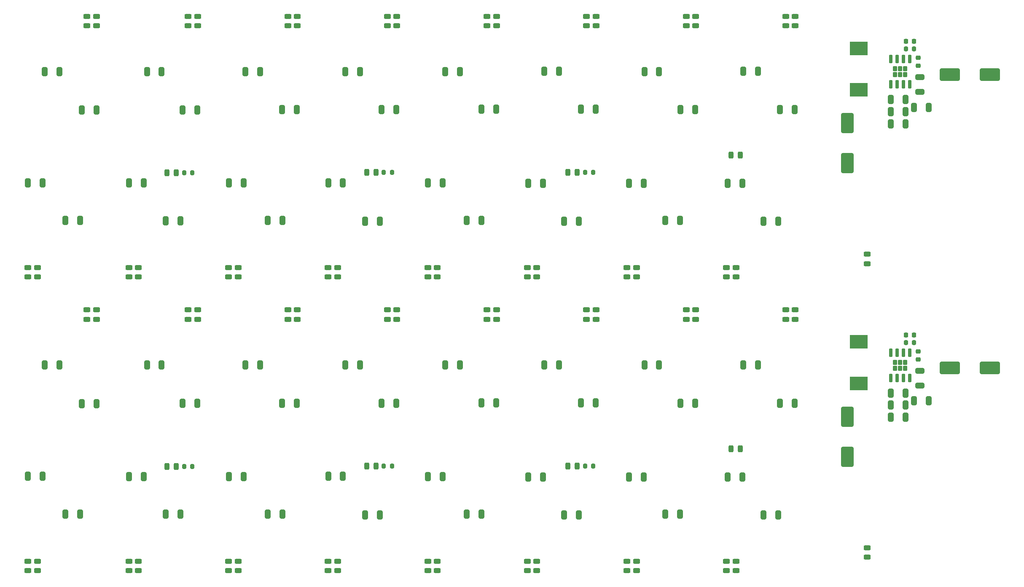
<source format=gbr>
%TF.GenerationSoftware,KiCad,Pcbnew,9.0.0+dfsg-1*%
%TF.CreationDate,2025-04-06T22:27:04+01:00*%
%TF.ProjectId,panel-16,70616e65-6c2d-4313-962e-6b696361645f,rev?*%
%TF.SameCoordinates,Original*%
%TF.FileFunction,Paste,Top*%
%TF.FilePolarity,Positive*%
%FSLAX46Y46*%
G04 Gerber Fmt 4.6, Leading zero omitted, Abs format (unit mm)*
G04 Created by KiCad (PCBNEW 9.0.0+dfsg-1) date 2025-04-06 22:27:04*
%MOMM*%
%LPD*%
G01*
G04 APERTURE LIST*
G04 Aperture macros list*
%AMRoundRect*
0 Rectangle with rounded corners*
0 $1 Rounding radius*
0 $2 $3 $4 $5 $6 $7 $8 $9 X,Y pos of 4 corners*
0 Add a 4 corners polygon primitive as box body*
4,1,4,$2,$3,$4,$5,$6,$7,$8,$9,$2,$3,0*
0 Add four circle primitives for the rounded corners*
1,1,$1+$1,$2,$3*
1,1,$1+$1,$4,$5*
1,1,$1+$1,$6,$7*
1,1,$1+$1,$8,$9*
0 Add four rect primitives between the rounded corners*
20,1,$1+$1,$2,$3,$4,$5,0*
20,1,$1+$1,$4,$5,$6,$7,0*
20,1,$1+$1,$6,$7,$8,$9,0*
20,1,$1+$1,$8,$9,$2,$3,0*%
G04 Aperture macros list end*
%ADD10RoundRect,0.243750X0.456250X-0.243750X0.456250X0.243750X-0.456250X0.243750X-0.456250X-0.243750X0*%
%ADD11RoundRect,0.243750X-0.456250X0.243750X-0.456250X-0.243750X0.456250X-0.243750X0.456250X0.243750X0*%
%ADD12RoundRect,0.250000X0.325000X0.650000X-0.325000X0.650000X-0.325000X-0.650000X0.325000X-0.650000X0*%
%ADD13RoundRect,0.250000X-0.325000X-0.650000X0.325000X-0.650000X0.325000X0.650000X-0.325000X0.650000X0*%
%ADD14RoundRect,0.200000X-0.200000X-0.275000X0.200000X-0.275000X0.200000X0.275000X-0.200000X0.275000X0*%
%ADD15RoundRect,0.225000X-0.225000X-0.250000X0.225000X-0.250000X0.225000X0.250000X-0.225000X0.250000X0*%
%ADD16RoundRect,0.222500X0.222500X-0.297500X0.222500X0.297500X-0.222500X0.297500X-0.222500X-0.297500X0*%
%ADD17RoundRect,0.150000X0.150000X-0.737500X0.150000X0.737500X-0.150000X0.737500X-0.150000X-0.737500X0*%
%ADD18RoundRect,0.243750X-0.243750X-0.456250X0.243750X-0.456250X0.243750X0.456250X-0.243750X0.456250X0*%
%ADD19R,3.600000X2.700000*%
%ADD20RoundRect,0.250000X-1.750000X-1.000000X1.750000X-1.000000X1.750000X1.000000X-1.750000X1.000000X0*%
%ADD21RoundRect,0.225000X-0.250000X0.225000X-0.250000X-0.225000X0.250000X-0.225000X0.250000X0.225000X0*%
%ADD22RoundRect,0.243750X0.243750X0.456250X-0.243750X0.456250X-0.243750X-0.456250X0.243750X-0.456250X0*%
%ADD23RoundRect,0.250000X0.650000X-0.325000X0.650000X0.325000X-0.650000X0.325000X-0.650000X-0.325000X0*%
%ADD24RoundRect,0.250000X-1.000000X1.750000X-1.000000X-1.750000X1.000000X-1.750000X1.000000X1.750000X0*%
G04 APERTURE END LIST*
D10*
%TO.C,D118*%
X182011844Y-82187500D03*
X182011844Y-80312500D03*
%TD*%
%TO.C,D29*%
X39796850Y-141187500D03*
X39796850Y-139312500D03*
%TD*%
D11*
%TO.C,D111*%
X171996844Y-88812500D03*
X171996844Y-90687500D03*
%TD*%
%TO.C,D65*%
X113896844Y-88812500D03*
X113896844Y-90687500D03*
%TD*%
D12*
%TO.C,C11*%
X86464350Y-99900000D03*
X83514350Y-99900000D03*
%TD*%
D13*
%TO.C,C14*%
X213114350Y-110400000D03*
X216064350Y-110400000D03*
%TD*%
D11*
%TO.C,D51*%
X93896844Y-29812500D03*
X93896844Y-31687500D03*
%TD*%
%TO.C,D5*%
X51681850Y-88812500D03*
X51681850Y-90687500D03*
%TD*%
D13*
%TO.C,C43*%
X170864350Y-107550000D03*
X173814350Y-107550000D03*
%TD*%
D12*
%TO.C,C12*%
X166564350Y-99900000D03*
X163614350Y-99900000D03*
%TD*%
D13*
%TO.C,C41*%
X150864350Y-48500000D03*
X153814350Y-48500000D03*
%TD*%
D10*
%TO.C,D42*%
X80111844Y-141187500D03*
X80111844Y-139312500D03*
%TD*%
D14*
%TO.C,R26*%
X151684350Y-120150000D03*
X153334350Y-120150000D03*
%TD*%
D15*
%TO.C,C22*%
X216164350Y-34850000D03*
X217714350Y-34850000D03*
%TD*%
D11*
%TO.C,D55*%
X91996844Y-29812500D03*
X91996844Y-31687500D03*
%TD*%
D13*
%TO.C,C30*%
X217764350Y-107100000D03*
X220714350Y-107100000D03*
%TD*%
D12*
%TO.C,C11*%
X86464350Y-40900000D03*
X83514350Y-40900000D03*
%TD*%
%TO.C,C42*%
X163464350Y-122350000D03*
X160514350Y-122350000D03*
%TD*%
D10*
%TO.C,D31*%
X60111844Y-82187500D03*
X60111844Y-80312500D03*
%TD*%
D14*
%TO.C,R44*%
X216114350Y-95400000D03*
X217764350Y-95400000D03*
%TD*%
D10*
%TO.C,D43*%
X82011844Y-82187500D03*
X82011844Y-80312500D03*
%TD*%
D14*
%TO.C,R24*%
X111274350Y-120150000D03*
X112924350Y-120150000D03*
%TD*%
D10*
%TO.C,D90*%
X142011844Y-141187500D03*
X142011844Y-139312500D03*
%TD*%
D12*
%TO.C,C26*%
X146464350Y-40850000D03*
X143514350Y-40850000D03*
%TD*%
D10*
%TO.C,D4*%
X41696850Y-82187500D03*
X41696850Y-80312500D03*
%TD*%
D16*
%TO.C,U1*%
X213959350Y-100550000D03*
X214989350Y-100550000D03*
X216019350Y-100550000D03*
X213959350Y-99350000D03*
X214989350Y-99350000D03*
X216019350Y-99350000D03*
D17*
X213084350Y-102512500D03*
X214354350Y-102512500D03*
X215624350Y-102512500D03*
X216894350Y-102512500D03*
X216894350Y-97387500D03*
X215624350Y-97387500D03*
X214354350Y-97387500D03*
X213084350Y-97387500D03*
%TD*%
D13*
%TO.C,C41*%
X150864350Y-107500000D03*
X153814350Y-107500000D03*
%TD*%
D12*
%TO.C,C2*%
X46164350Y-99900000D03*
X43214350Y-99900000D03*
%TD*%
%TO.C,C40*%
X143214350Y-63350000D03*
X140264350Y-63350000D03*
%TD*%
%TO.C,C40*%
X143214350Y-122350000D03*
X140264350Y-122350000D03*
%TD*%
D13*
%TO.C,C39*%
X130864350Y-107500000D03*
X133814350Y-107500000D03*
%TD*%
D18*
%TO.C,D32*%
X107861850Y-61150000D03*
X109736850Y-61150000D03*
%TD*%
D19*
%TO.C,L1*%
X206689350Y-36250000D03*
X206689350Y-44550000D03*
%TD*%
D11*
%TO.C,D24*%
X71996844Y-29812500D03*
X71996844Y-31687500D03*
%TD*%
D12*
%TO.C,C46*%
X170764350Y-129850000D03*
X167814350Y-129850000D03*
%TD*%
%TO.C,C4*%
X70464350Y-70875000D03*
X67514350Y-70875000D03*
%TD*%
%TO.C,C47*%
X130864350Y-129850000D03*
X127914350Y-129850000D03*
%TD*%
D20*
%TO.C,C8*%
X224989350Y-41500000D03*
X232989350Y-41500000D03*
%TD*%
D11*
%TO.C,D97*%
X151996844Y-88812500D03*
X151996844Y-90687500D03*
%TD*%
D13*
%TO.C,C33*%
X70864350Y-107600000D03*
X73814350Y-107600000D03*
%TD*%
D12*
%TO.C,C7*%
X66664350Y-40900000D03*
X63714350Y-40900000D03*
%TD*%
D21*
%TO.C,C23*%
X218639350Y-97175000D03*
X218639350Y-98725000D03*
%TD*%
D14*
%TO.C,R1*%
X71164350Y-120250000D03*
X72814350Y-120250000D03*
%TD*%
D12*
%TO.C,C38*%
X123064350Y-122300000D03*
X120114350Y-122300000D03*
%TD*%
%TO.C,C32*%
X63064350Y-63300000D03*
X60114350Y-63300000D03*
%TD*%
%TO.C,C28*%
X50289350Y-129850000D03*
X47339350Y-129850000D03*
%TD*%
%TO.C,C29*%
X42714350Y-63250000D03*
X39764350Y-63250000D03*
%TD*%
%TO.C,C18*%
X216064350Y-48950000D03*
X213114350Y-48950000D03*
%TD*%
D10*
%TO.C,D72*%
X120111844Y-82187500D03*
X120111844Y-80312500D03*
%TD*%
D11*
%TO.C,D93*%
X153896844Y-29812500D03*
X153896844Y-31687500D03*
%TD*%
%TO.C,D5*%
X51681850Y-29812500D03*
X51681850Y-31687500D03*
%TD*%
D10*
%TO.C,D41*%
X208379350Y-79512500D03*
X208379350Y-77637500D03*
%TD*%
%TO.C,D58*%
X100111844Y-141187500D03*
X100111844Y-139312500D03*
%TD*%
D14*
%TO.C,R26*%
X151684350Y-61150000D03*
X153334350Y-61150000D03*
%TD*%
D12*
%TO.C,C12*%
X166564350Y-40900000D03*
X163614350Y-40900000D03*
%TD*%
%TO.C,C48*%
X90939350Y-70850000D03*
X87989350Y-70850000D03*
%TD*%
D10*
%TO.C,D76*%
X122011844Y-82187500D03*
X122011844Y-80312500D03*
%TD*%
D12*
%TO.C,C6*%
X216064350Y-105550000D03*
X213114350Y-105550000D03*
%TD*%
D11*
%TO.C,D107*%
X173896844Y-88812500D03*
X173896844Y-90687500D03*
%TD*%
D12*
%TO.C,C21*%
X106464350Y-99900000D03*
X103514350Y-99900000D03*
%TD*%
%TO.C,C34*%
X83114350Y-122300000D03*
X80164350Y-122300000D03*
%TD*%
D10*
%TO.C,D114*%
X180111844Y-82187500D03*
X180111844Y-80312500D03*
%TD*%
%TO.C,D29*%
X39796850Y-82187500D03*
X39796850Y-80312500D03*
%TD*%
D12*
%TO.C,C34*%
X83114350Y-63300000D03*
X80164350Y-63300000D03*
%TD*%
D18*
%TO.C,D132*%
X148271850Y-120150000D03*
X150146850Y-120150000D03*
%TD*%
D13*
%TO.C,C39*%
X130864350Y-48500000D03*
X133814350Y-48500000D03*
%TD*%
%TO.C,C31*%
X50664350Y-48650000D03*
X53614350Y-48650000D03*
%TD*%
D10*
%TO.C,D31*%
X60111844Y-141187500D03*
X60111844Y-139312500D03*
%TD*%
%TO.C,D62*%
X102011844Y-141187500D03*
X102011844Y-139312500D03*
%TD*%
D18*
%TO.C,D132*%
X148271850Y-61150000D03*
X150146850Y-61150000D03*
%TD*%
D10*
%TO.C,D118*%
X182011844Y-141187500D03*
X182011844Y-139312500D03*
%TD*%
%TO.C,D100*%
X160111844Y-82187500D03*
X160111844Y-80312500D03*
%TD*%
D13*
%TO.C,C45*%
X190814350Y-48550000D03*
X193764350Y-48550000D03*
%TD*%
D11*
%TO.C,D111*%
X171996844Y-29812500D03*
X171996844Y-31687500D03*
%TD*%
D22*
%TO.C,D38*%
X182876850Y-116700000D03*
X181001850Y-116700000D03*
%TD*%
D12*
%TO.C,C1*%
X190464350Y-71025000D03*
X187514350Y-71025000D03*
%TD*%
D14*
%TO.C,R44*%
X216114350Y-36400000D03*
X217764350Y-36400000D03*
%TD*%
D11*
%TO.C,D97*%
X151996844Y-29812500D03*
X151996844Y-31687500D03*
%TD*%
D19*
%TO.C,L1*%
X206689350Y-95250000D03*
X206689350Y-103550000D03*
%TD*%
D10*
%TO.C,D72*%
X120111844Y-141187500D03*
X120111844Y-139312500D03*
%TD*%
D12*
%TO.C,C29*%
X42714350Y-122250000D03*
X39764350Y-122250000D03*
%TD*%
D13*
%TO.C,C35*%
X90864350Y-48550000D03*
X93814350Y-48550000D03*
%TD*%
D11*
%TO.C,D55*%
X91996844Y-88812500D03*
X91996844Y-90687500D03*
%TD*%
%TO.C,D83*%
X131996844Y-88812500D03*
X131996844Y-90687500D03*
%TD*%
%TO.C,D24*%
X71996844Y-88812500D03*
X71996844Y-90687500D03*
%TD*%
D10*
%TO.C,D62*%
X102011844Y-82187500D03*
X102011844Y-80312500D03*
%TD*%
D11*
%TO.C,D79*%
X133896844Y-29812500D03*
X133896844Y-31687500D03*
%TD*%
%TO.C,D125*%
X191996844Y-29812500D03*
X191996844Y-31687500D03*
%TD*%
%TO.C,D83*%
X131996844Y-29812500D03*
X131996844Y-31687500D03*
%TD*%
%TO.C,D107*%
X173896844Y-29812500D03*
X173896844Y-31687500D03*
%TD*%
D12*
%TO.C,C3*%
X150464350Y-71025000D03*
X147514350Y-71025000D03*
%TD*%
%TO.C,C2*%
X46164350Y-40900000D03*
X43214350Y-40900000D03*
%TD*%
D21*
%TO.C,C23*%
X218639350Y-38175000D03*
X218639350Y-39725000D03*
%TD*%
D10*
%TO.C,D41*%
X208379350Y-138512500D03*
X208379350Y-136637500D03*
%TD*%
D11*
%TO.C,D51*%
X93896844Y-88812500D03*
X93896844Y-90687500D03*
%TD*%
D10*
%TO.C,D86*%
X140111844Y-141187500D03*
X140111844Y-139312500D03*
%TD*%
D12*
%TO.C,C44*%
X183264350Y-63350000D03*
X180314350Y-63350000D03*
%TD*%
%TO.C,C27*%
X186414350Y-40850000D03*
X183464350Y-40850000D03*
%TD*%
D10*
%TO.C,D86*%
X140111844Y-82187500D03*
X140111844Y-80312500D03*
%TD*%
%TO.C,D90*%
X142011844Y-82187500D03*
X142011844Y-80312500D03*
%TD*%
%TO.C,D104*%
X162011844Y-82187500D03*
X162011844Y-80312500D03*
%TD*%
D18*
%TO.C,D32*%
X107861850Y-120150000D03*
X109736850Y-120150000D03*
%TD*%
D12*
%TO.C,C48*%
X90939350Y-129850000D03*
X87989350Y-129850000D03*
%TD*%
D11*
%TO.C,D121*%
X193896844Y-29812500D03*
X193896844Y-31687500D03*
%TD*%
D12*
%TO.C,C38*%
X123064350Y-63300000D03*
X120114350Y-63300000D03*
%TD*%
D10*
%TO.C,D19*%
X62011844Y-82187500D03*
X62011844Y-80312500D03*
%TD*%
D12*
%TO.C,C1*%
X190464350Y-130025000D03*
X187514350Y-130025000D03*
%TD*%
D10*
%TO.C,D4*%
X41696850Y-141187500D03*
X41696850Y-139312500D03*
%TD*%
D13*
%TO.C,C33*%
X70864350Y-48600000D03*
X73814350Y-48600000D03*
%TD*%
D12*
%TO.C,C47*%
X130864350Y-70850000D03*
X127914350Y-70850000D03*
%TD*%
%TO.C,C16*%
X126564350Y-40900000D03*
X123614350Y-40900000D03*
%TD*%
D11*
%TO.C,D79*%
X133896844Y-88812500D03*
X133896844Y-90687500D03*
%TD*%
D12*
%TO.C,C6*%
X216064350Y-46550000D03*
X213114350Y-46550000D03*
%TD*%
D11*
%TO.C,D93*%
X153896844Y-88812500D03*
X153896844Y-90687500D03*
%TD*%
D12*
%TO.C,C4*%
X70464350Y-129875000D03*
X67514350Y-129875000D03*
%TD*%
D11*
%TO.C,D65*%
X113896844Y-29812500D03*
X113896844Y-31687500D03*
%TD*%
D14*
%TO.C,R24*%
X111274350Y-61150000D03*
X112924350Y-61150000D03*
%TD*%
D13*
%TO.C,C43*%
X170864350Y-48550000D03*
X173814350Y-48550000D03*
%TD*%
D10*
%TO.C,D104*%
X162011844Y-141187500D03*
X162011844Y-139312500D03*
%TD*%
D13*
%TO.C,C31*%
X50664350Y-107650000D03*
X53614350Y-107650000D03*
%TD*%
D23*
%TO.C,C5*%
X218939350Y-103975000D03*
X218939350Y-101025000D03*
%TD*%
D10*
%TO.C,D100*%
X160111844Y-141187500D03*
X160111844Y-139312500D03*
%TD*%
D22*
%TO.C,D38*%
X182876850Y-57700000D03*
X181001850Y-57700000D03*
%TD*%
D23*
%TO.C,C5*%
X218939350Y-44975000D03*
X218939350Y-42025000D03*
%TD*%
D11*
%TO.C,D37*%
X73896844Y-29812500D03*
X73896844Y-31687500D03*
%TD*%
D12*
%TO.C,C26*%
X146464350Y-99850000D03*
X143514350Y-99850000D03*
%TD*%
D13*
%TO.C,C37*%
X110864350Y-48550000D03*
X113814350Y-48550000D03*
%TD*%
D12*
%TO.C,C18*%
X216064350Y-107950000D03*
X213114350Y-107950000D03*
%TD*%
%TO.C,C46*%
X170764350Y-70850000D03*
X167814350Y-70850000D03*
%TD*%
%TO.C,C21*%
X106464350Y-40900000D03*
X103514350Y-40900000D03*
%TD*%
D11*
%TO.C,D37*%
X73896844Y-88812500D03*
X73896844Y-90687500D03*
%TD*%
D12*
%TO.C,C27*%
X186414350Y-99850000D03*
X183464350Y-99850000D03*
%TD*%
D10*
%TO.C,D76*%
X122011844Y-141187500D03*
X122011844Y-139312500D03*
%TD*%
D24*
%TO.C,C13*%
X204389350Y-51300000D03*
X204389350Y-59300000D03*
%TD*%
D16*
%TO.C,U1*%
X213959350Y-41550000D03*
X214989350Y-41550000D03*
X216019350Y-41550000D03*
X213959350Y-40350000D03*
X214989350Y-40350000D03*
X216019350Y-40350000D03*
D17*
X213084350Y-43512500D03*
X214354350Y-43512500D03*
X215624350Y-43512500D03*
X216894350Y-43512500D03*
X216894350Y-38387500D03*
X215624350Y-38387500D03*
X214354350Y-38387500D03*
X213084350Y-38387500D03*
%TD*%
D12*
%TO.C,C44*%
X183264350Y-122350000D03*
X180314350Y-122350000D03*
%TD*%
D13*
%TO.C,C37*%
X110864350Y-107550000D03*
X113814350Y-107550000D03*
%TD*%
D11*
%TO.C,D69*%
X111996844Y-29812500D03*
X111996844Y-31687500D03*
%TD*%
D13*
%TO.C,C14*%
X213114350Y-51400000D03*
X216064350Y-51400000D03*
%TD*%
D11*
%TO.C,D69*%
X111996844Y-88812500D03*
X111996844Y-90687500D03*
%TD*%
D13*
%TO.C,C45*%
X190814350Y-107550000D03*
X193764350Y-107550000D03*
%TD*%
D20*
%TO.C,C8*%
X224989350Y-100500000D03*
X232989350Y-100500000D03*
%TD*%
D10*
%TO.C,D114*%
X180111844Y-141187500D03*
X180111844Y-139312500D03*
%TD*%
D12*
%TO.C,C15*%
X110464350Y-71025000D03*
X107514350Y-71025000D03*
%TD*%
D14*
%TO.C,R1*%
X71164350Y-61250000D03*
X72814350Y-61250000D03*
%TD*%
D12*
%TO.C,C32*%
X63064350Y-122300000D03*
X60114350Y-122300000D03*
%TD*%
D11*
%TO.C,D121*%
X193896844Y-88812500D03*
X193896844Y-90687500D03*
%TD*%
D18*
%TO.C,D1*%
X67751850Y-120250000D03*
X69626850Y-120250000D03*
%TD*%
D15*
%TO.C,C22*%
X216164350Y-93850000D03*
X217714350Y-93850000D03*
%TD*%
D10*
%TO.C,D42*%
X80111844Y-82187500D03*
X80111844Y-80312500D03*
%TD*%
D18*
%TO.C,D1*%
X67751850Y-61250000D03*
X69626850Y-61250000D03*
%TD*%
D11*
%TO.C,D30*%
X53581850Y-88812500D03*
X53581850Y-90687500D03*
%TD*%
D10*
%TO.C,D58*%
X100111844Y-82187500D03*
X100111844Y-80312500D03*
%TD*%
D11*
%TO.C,D125*%
X191996844Y-88812500D03*
X191996844Y-90687500D03*
%TD*%
D24*
%TO.C,C13*%
X204389350Y-110300000D03*
X204389350Y-118300000D03*
%TD*%
D12*
%TO.C,C42*%
X163464350Y-63350000D03*
X160514350Y-63350000D03*
%TD*%
%TO.C,C3*%
X150464350Y-130025000D03*
X147514350Y-130025000D03*
%TD*%
D10*
%TO.C,D19*%
X62011844Y-141187500D03*
X62011844Y-139312500D03*
%TD*%
D12*
%TO.C,C15*%
X110464350Y-130025000D03*
X107514350Y-130025000D03*
%TD*%
%TO.C,C7*%
X66664350Y-99900000D03*
X63714350Y-99900000D03*
%TD*%
%TO.C,C28*%
X50289350Y-70850000D03*
X47339350Y-70850000D03*
%TD*%
D13*
%TO.C,C30*%
X217764350Y-48100000D03*
X220714350Y-48100000D03*
%TD*%
D12*
%TO.C,C36*%
X103064350Y-63250000D03*
X100114350Y-63250000D03*
%TD*%
%TO.C,C16*%
X126564350Y-99900000D03*
X123614350Y-99900000D03*
%TD*%
D13*
%TO.C,C35*%
X90864350Y-107550000D03*
X93814350Y-107550000D03*
%TD*%
D11*
%TO.C,D30*%
X53581850Y-29812500D03*
X53581850Y-31687500D03*
%TD*%
D10*
%TO.C,D43*%
X82011844Y-141187500D03*
X82011844Y-139312500D03*
%TD*%
D12*
%TO.C,C36*%
X103064350Y-122250000D03*
X100114350Y-122250000D03*
%TD*%
M02*

</source>
